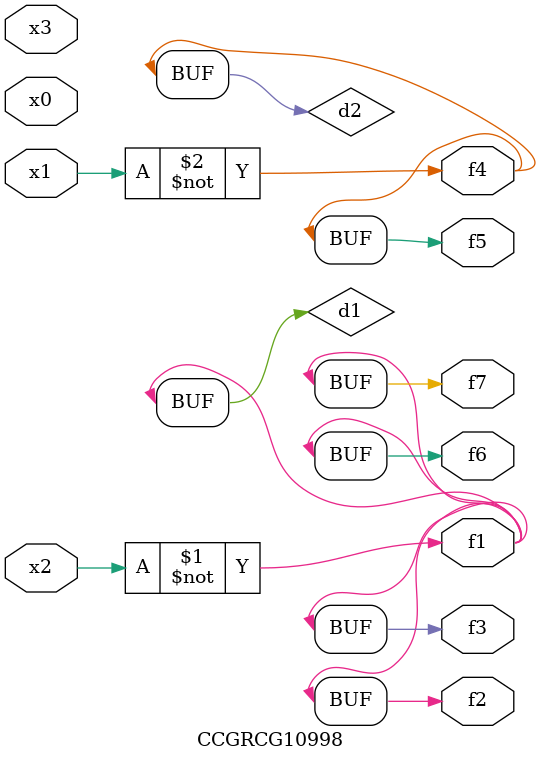
<source format=v>
module CCGRCG10998(
	input x0, x1, x2, x3,
	output f1, f2, f3, f4, f5, f6, f7
);

	wire d1, d2;

	xnor (d1, x2);
	not (d2, x1);
	assign f1 = d1;
	assign f2 = d1;
	assign f3 = d1;
	assign f4 = d2;
	assign f5 = d2;
	assign f6 = d1;
	assign f7 = d1;
endmodule

</source>
